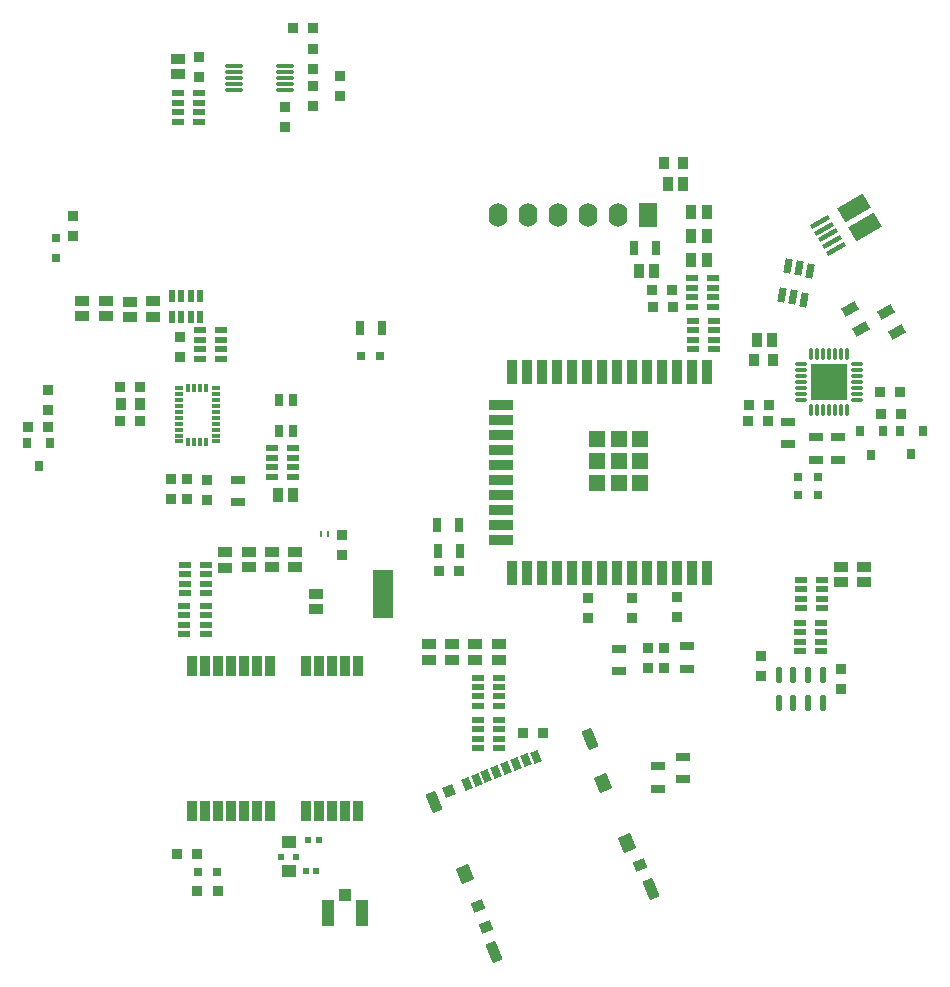
<source format=gtp>
G04*
G04 #@! TF.GenerationSoftware,Altium Limited,Altium Designer,21.9.1 (22)*
G04*
G04 Layer_Color=8421504*
%FSLAX25Y25*%
%MOIN*%
G70*
G04*
G04 #@! TF.SameCoordinates,BA265606-766D-4053-9833-5615DE46E1CD*
G04*
G04*
G04 #@! TF.FilePolarity,Positive*
G04*
G01*
G75*
%ADD23R,0.03347X0.03347*%
%ADD24R,0.03150X0.01181*%
%ADD25R,0.01181X0.03150*%
%ADD26R,0.01181X0.02756*%
%ADD27R,0.03150X0.03937*%
%ADD28R,0.03937X0.04134*%
%ADD29R,0.04134X0.08661*%
%ADD30R,0.12402X0.12402*%
G04:AMPARAMS|DCode=31|XSize=38.19mil|YSize=10.24mil|CornerRadius=1.28mil|HoleSize=0mil|Usage=FLASHONLY|Rotation=270.000|XOffset=0mil|YOffset=0mil|HoleType=Round|Shape=RoundedRectangle|*
%AMROUNDEDRECTD31*
21,1,0.03819,0.00768,0,0,270.0*
21,1,0.03563,0.01024,0,0,270.0*
1,1,0.00256,-0.00384,-0.01782*
1,1,0.00256,-0.00384,0.01782*
1,1,0.00256,0.00384,0.01782*
1,1,0.00256,0.00384,-0.01782*
%
%ADD31ROUNDEDRECTD31*%
G04:AMPARAMS|DCode=32|XSize=38.19mil|YSize=10.24mil|CornerRadius=1.28mil|HoleSize=0mil|Usage=FLASHONLY|Rotation=0.000|XOffset=0mil|YOffset=0mil|HoleType=Round|Shape=RoundedRectangle|*
%AMROUNDEDRECTD32*
21,1,0.03819,0.00768,0,0,0.0*
21,1,0.03563,0.01024,0,0,0.0*
1,1,0.00256,0.01782,-0.00384*
1,1,0.00256,-0.01782,-0.00384*
1,1,0.00256,-0.01782,0.00384*
1,1,0.00256,0.01782,0.00384*
%
%ADD32ROUNDEDRECTD32*%
%ADD33R,0.05000X0.04016*%
%ADD34R,0.02008X0.02008*%
G04:AMPARAMS|DCode=35|XSize=51.58mil|YSize=20.87mil|CornerRadius=5.22mil|HoleSize=0mil|Usage=FLASHONLY|Rotation=270.000|XOffset=0mil|YOffset=0mil|HoleType=Round|Shape=RoundedRectangle|*
%AMROUNDEDRECTD35*
21,1,0.05158,0.01043,0,0,270.0*
21,1,0.04114,0.02087,0,0,270.0*
1,1,0.01043,-0.00522,-0.02057*
1,1,0.01043,-0.00522,0.02057*
1,1,0.01043,0.00522,0.02057*
1,1,0.01043,0.00522,-0.02057*
%
%ADD35ROUNDEDRECTD35*%
%ADD36R,0.03543X0.07874*%
%ADD37R,0.07874X0.03543*%
%ADD38R,0.05236X0.05236*%
G04:AMPARAMS|DCode=39|XSize=57.87mil|YSize=11.02mil|CornerRadius=1.38mil|HoleSize=0mil|Usage=FLASHONLY|Rotation=180.000|XOffset=0mil|YOffset=0mil|HoleType=Round|Shape=RoundedRectangle|*
%AMROUNDEDRECTD39*
21,1,0.05787,0.00827,0,0,180.0*
21,1,0.05512,0.01102,0,0,180.0*
1,1,0.00276,-0.02756,0.00413*
1,1,0.00276,0.02756,0.00413*
1,1,0.00276,0.02756,-0.00413*
1,1,0.00276,-0.02756,-0.00413*
%
%ADD39ROUNDEDRECTD39*%
G04:AMPARAMS|DCode=40|XSize=15.75mil|YSize=68.9mil|CornerRadius=0mil|HoleSize=0mil|Usage=FLASHONLY|Rotation=120.000|XOffset=0mil|YOffset=0mil|HoleType=Round|Shape=Rectangle|*
%AMROTATEDRECTD40*
4,1,4,0.03377,0.01041,-0.02590,-0.02404,-0.03377,-0.01041,0.02590,0.02404,0.03377,0.01041,0.0*
%
%ADD40ROTATEDRECTD40*%

G04:AMPARAMS|DCode=41|XSize=54.13mil|YSize=98.43mil|CornerRadius=0mil|HoleSize=0mil|Usage=FLASHONLY|Rotation=120.000|XOffset=0mil|YOffset=0mil|HoleType=Round|Shape=Rectangle|*
%AMROTATEDRECTD41*
4,1,4,0.05615,0.00117,-0.02909,-0.04805,-0.05615,-0.00117,0.02909,0.04805,0.05615,0.00117,0.0*
%
%ADD41ROTATEDRECTD41*%

%ADD42R,0.01102X0.02047*%
%ADD43R,0.06693X0.16142*%
%ADD44R,0.03150X0.03150*%
%ADD45R,0.03937X0.02047*%
%ADD46R,0.02047X0.03937*%
%ADD47R,0.03543X0.05118*%
%ADD48R,0.05118X0.03543*%
%ADD49R,0.03740X0.03937*%
G04:AMPARAMS|DCode=50|XSize=35.43mil|YSize=66.93mil|CornerRadius=0mil|HoleSize=0mil|Usage=FLASHONLY|Rotation=22.000|XOffset=0mil|YOffset=0mil|HoleType=Round|Shape=Rectangle|*
%AMROTATEDRECTD50*
4,1,4,-0.00389,-0.03767,-0.02896,0.02439,0.00389,0.03767,0.02896,-0.02439,-0.00389,-0.03767,0.0*
%
%ADD50ROTATEDRECTD50*%

G04:AMPARAMS|DCode=51|XSize=39.37mil|YSize=33.47mil|CornerRadius=0mil|HoleSize=0mil|Usage=FLASHONLY|Rotation=22.000|XOffset=0mil|YOffset=0mil|HoleType=Round|Shape=Rectangle|*
%AMROTATEDRECTD51*
4,1,4,-0.01198,-0.02289,-0.02452,0.00814,0.01198,0.02289,0.02452,-0.00814,-0.01198,-0.02289,0.0*
%
%ADD51ROTATEDRECTD51*%

G04:AMPARAMS|DCode=52|XSize=44.49mil|YSize=55.12mil|CornerRadius=0mil|HoleSize=0mil|Usage=FLASHONLY|Rotation=22.000|XOffset=0mil|YOffset=0mil|HoleType=Round|Shape=Rectangle|*
%AMROTATEDRECTD52*
4,1,4,-0.01030,-0.03388,-0.03095,0.01722,0.01030,0.03388,0.03095,-0.01722,-0.01030,-0.03388,0.0*
%
%ADD52ROTATEDRECTD52*%

G04:AMPARAMS|DCode=53|XSize=25.59mil|YSize=39.37mil|CornerRadius=0mil|HoleSize=0mil|Usage=FLASHONLY|Rotation=22.000|XOffset=0mil|YOffset=0mil|HoleType=Round|Shape=Rectangle|*
%AMROTATEDRECTD53*
4,1,4,-0.00449,-0.02305,-0.01924,0.01346,0.00449,0.02305,0.01924,-0.01346,-0.00449,-0.02305,0.0*
%
%ADD53ROTATEDRECTD53*%

%ADD54P,0.05011X4X67.0*%
G04:AMPARAMS|DCode=55|XSize=47.24mil|YSize=23.62mil|CornerRadius=0mil|HoleSize=0mil|Usage=FLASHONLY|Rotation=79.000|XOffset=0mil|YOffset=0mil|HoleType=Round|Shape=Rectangle|*
%AMROTATEDRECTD55*
4,1,4,0.00709,-0.02544,-0.01610,-0.02093,-0.00709,0.02544,0.01610,0.02093,0.00709,-0.02544,0.0*
%
%ADD55ROTATEDRECTD55*%

%ADD56R,0.03150X0.03150*%
%ADD57O,0.06299X0.07874*%
%ADD58R,0.06299X0.07874*%
%ADD59R,0.05118X0.03150*%
%ADD60R,0.03150X0.05118*%
G04:AMPARAMS|DCode=61|XSize=31.5mil|YSize=51.18mil|CornerRadius=0mil|HoleSize=0mil|Usage=FLASHONLY|Rotation=300.000|XOffset=0mil|YOffset=0mil|HoleType=Round|Shape=Rectangle|*
%AMROTATEDRECTD61*
4,1,4,-0.03004,0.00084,0.01429,0.02643,0.03004,-0.00084,-0.01429,-0.02643,-0.03004,0.00084,0.0*
%
%ADD61ROTATEDRECTD61*%

%ADD62R,0.03347X0.03347*%
%ADD63R,0.01968X0.02362*%
%ADD64R,0.03347X0.07087*%
%ADD65R,0.02126X0.02362*%
%ADD66R,0.03150X0.03543*%
D23*
X-126476Y17028D02*
D03*
Y23720D02*
D03*
X-76279Y134843D02*
D03*
Y128150D02*
D03*
X-29035Y128642D02*
D03*
Y121949D02*
D03*
X83268Y-45079D02*
D03*
Y-51772D02*
D03*
X73524Y-62106D02*
D03*
Y-68799D02*
D03*
X68307Y-45472D02*
D03*
Y-52165D02*
D03*
X53445Y-45472D02*
D03*
Y-52165D02*
D03*
X-118012Y75098D02*
D03*
Y81791D02*
D03*
X-28445Y-31299D02*
D03*
Y-24606D02*
D03*
X-80315Y-12500D02*
D03*
Y-5807D02*
D03*
X-85630Y-12500D02*
D03*
Y-5807D02*
D03*
X-73622Y-6102D02*
D03*
Y-12795D02*
D03*
X-82382Y34744D02*
D03*
Y41437D02*
D03*
X-37992Y125098D02*
D03*
Y118405D02*
D03*
X137795Y-75787D02*
D03*
Y-69095D02*
D03*
X111024Y-71457D02*
D03*
Y-64764D02*
D03*
X-37992Y130905D02*
D03*
Y137598D02*
D03*
X-47539Y111614D02*
D03*
Y118307D02*
D03*
X78937Y-62008D02*
D03*
Y-68701D02*
D03*
D24*
X-70620Y22441D02*
D03*
Y20472D02*
D03*
Y18504D02*
D03*
Y16535D02*
D03*
Y14567D02*
D03*
Y12598D02*
D03*
Y10630D02*
D03*
Y8661D02*
D03*
Y6693D02*
D03*
X-82923D02*
D03*
Y8661D02*
D03*
Y10630D02*
D03*
Y12598D02*
D03*
Y14567D02*
D03*
Y16535D02*
D03*
Y18504D02*
D03*
Y20472D02*
D03*
Y22441D02*
D03*
Y24409D02*
D03*
X-70620D02*
D03*
D25*
X-73819Y6447D02*
D03*
X-75787D02*
D03*
X-77756D02*
D03*
X-79724D02*
D03*
D26*
Y24656D02*
D03*
X-77756D02*
D03*
X-75787D02*
D03*
X-73819D02*
D03*
D27*
X-44882Y20669D02*
D03*
Y10039D02*
D03*
X-49606D02*
D03*
Y20669D02*
D03*
D28*
X-27461Y-144488D02*
D03*
D29*
X-21654Y-150492D02*
D03*
X-33268D02*
D03*
D30*
X133844Y26535D02*
D03*
D31*
X139750Y17205D02*
D03*
X137781D02*
D03*
X135813D02*
D03*
X133844D02*
D03*
X131876D02*
D03*
X129907D02*
D03*
X127939D02*
D03*
Y35866D02*
D03*
X129907D02*
D03*
X131876D02*
D03*
X133844D02*
D03*
X135813D02*
D03*
X137781D02*
D03*
X139750D02*
D03*
D32*
X143175Y32441D02*
D03*
Y30472D02*
D03*
Y28504D02*
D03*
Y26535D02*
D03*
Y24567D02*
D03*
Y22598D02*
D03*
Y20630D02*
D03*
X124513D02*
D03*
Y22598D02*
D03*
Y24567D02*
D03*
Y26535D02*
D03*
Y28504D02*
D03*
Y30472D02*
D03*
Y32441D02*
D03*
D33*
X-46309Y-136417D02*
D03*
Y-126969D02*
D03*
D34*
X-48868Y-131693D02*
D03*
X-43848D02*
D03*
D35*
X131831Y-71161D02*
D03*
Y-80610D02*
D03*
X126909Y-71161D02*
D03*
X121988D02*
D03*
X117067D02*
D03*
Y-80610D02*
D03*
X121988D02*
D03*
X126909D02*
D03*
D36*
X28307Y29764D02*
D03*
X33307D02*
D03*
X38307D02*
D03*
X43307D02*
D03*
X48307D02*
D03*
X53307D02*
D03*
X58307D02*
D03*
X63307D02*
D03*
X68307D02*
D03*
X73307D02*
D03*
X78307D02*
D03*
X83307D02*
D03*
X88307D02*
D03*
X93307D02*
D03*
X28307Y-37165D02*
D03*
X33307D02*
D03*
X38307D02*
D03*
X43307D02*
D03*
X48307D02*
D03*
X53307D02*
D03*
X58307D02*
D03*
X63307D02*
D03*
X68307D02*
D03*
X73307D02*
D03*
X78307D02*
D03*
X83307D02*
D03*
X88307D02*
D03*
X93307D02*
D03*
D37*
X24370Y-6201D02*
D03*
Y-11201D02*
D03*
Y-16201D02*
D03*
Y-21201D02*
D03*
Y-26201D02*
D03*
Y-1201D02*
D03*
Y3799D02*
D03*
Y8799D02*
D03*
Y13799D02*
D03*
Y18799D02*
D03*
D38*
X63779Y236D02*
D03*
Y7461D02*
D03*
Y-6988D02*
D03*
X71004Y236D02*
D03*
Y7461D02*
D03*
Y-6988D02*
D03*
X56555Y236D02*
D03*
Y7461D02*
D03*
Y-6988D02*
D03*
D39*
X-64468Y123917D02*
D03*
Y125886D02*
D03*
Y127854D02*
D03*
Y129823D02*
D03*
Y131791D02*
D03*
X-47539D02*
D03*
Y129823D02*
D03*
Y127854D02*
D03*
Y125886D02*
D03*
Y123917D02*
D03*
D40*
X136024Y70961D02*
D03*
X134744Y73177D02*
D03*
X133465Y75394D02*
D03*
X132185Y77610D02*
D03*
X130905Y79826D02*
D03*
D41*
X145794Y78250D02*
D03*
X142104Y84643D02*
D03*
D42*
X-35630Y-24213D02*
D03*
X-33071D02*
D03*
D43*
X-14940Y-44160D02*
D03*
D44*
X123524Y-5118D02*
D03*
X130020D02*
D03*
Y-11220D02*
D03*
X123524D02*
D03*
X-15650Y35236D02*
D03*
X-22146D02*
D03*
X-70079Y-136811D02*
D03*
X-76575D02*
D03*
D45*
X88386Y37500D02*
D03*
Y40650D02*
D03*
Y43799D02*
D03*
Y46949D02*
D03*
X95472D02*
D03*
Y43799D02*
D03*
Y40650D02*
D03*
Y37500D02*
D03*
X88189Y51673D02*
D03*
Y54823D02*
D03*
Y57973D02*
D03*
Y61122D02*
D03*
X95276D02*
D03*
Y57973D02*
D03*
Y54823D02*
D03*
Y51673D02*
D03*
X-73917Y-48130D02*
D03*
Y-51279D02*
D03*
Y-54429D02*
D03*
Y-57579D02*
D03*
X-81004D02*
D03*
Y-54429D02*
D03*
Y-51279D02*
D03*
Y-48130D02*
D03*
X-73819Y-34350D02*
D03*
Y-37500D02*
D03*
Y-40650D02*
D03*
Y-43799D02*
D03*
X-80905D02*
D03*
Y-40650D02*
D03*
Y-37500D02*
D03*
Y-34350D02*
D03*
X24016Y-86075D02*
D03*
Y-89224D02*
D03*
Y-92374D02*
D03*
Y-95524D02*
D03*
X16929D02*
D03*
Y-92374D02*
D03*
Y-89224D02*
D03*
Y-86075D02*
D03*
X23917Y-72000D02*
D03*
Y-75150D02*
D03*
Y-78299D02*
D03*
Y-81449D02*
D03*
X16831D02*
D03*
Y-78299D02*
D03*
Y-75150D02*
D03*
Y-72000D02*
D03*
X-75787Y34252D02*
D03*
Y37402D02*
D03*
Y40551D02*
D03*
Y43701D02*
D03*
X-68701D02*
D03*
Y40551D02*
D03*
Y37402D02*
D03*
Y34252D02*
D03*
X-44783Y4429D02*
D03*
Y1280D02*
D03*
Y-1870D02*
D03*
Y-5020D02*
D03*
X-51870D02*
D03*
Y-1870D02*
D03*
Y1280D02*
D03*
Y4429D02*
D03*
X131299Y-53740D02*
D03*
Y-56890D02*
D03*
Y-60039D02*
D03*
Y-63189D02*
D03*
X124213D02*
D03*
Y-60039D02*
D03*
Y-56890D02*
D03*
Y-53740D02*
D03*
X131496Y-39370D02*
D03*
Y-42520D02*
D03*
Y-45669D02*
D03*
Y-48819D02*
D03*
X124409D02*
D03*
Y-45669D02*
D03*
Y-42520D02*
D03*
Y-39370D02*
D03*
X-76181Y122736D02*
D03*
Y119587D02*
D03*
Y116437D02*
D03*
Y113287D02*
D03*
X-83268D02*
D03*
Y116437D02*
D03*
Y119587D02*
D03*
Y122736D02*
D03*
D46*
X-75787Y48130D02*
D03*
X-78937D02*
D03*
X-82087D02*
D03*
X-85236D02*
D03*
Y55216D02*
D03*
X-82087D02*
D03*
X-78937D02*
D03*
X-75787D02*
D03*
D47*
X87992Y67126D02*
D03*
X93110D02*
D03*
X87992Y75197D02*
D03*
X93110D02*
D03*
X87992Y83071D02*
D03*
X93110D02*
D03*
X85236Y92520D02*
D03*
X80118D02*
D03*
X114961Y40551D02*
D03*
X109843D02*
D03*
X75492Y63681D02*
D03*
X70374D02*
D03*
X-44685Y-11024D02*
D03*
X-49803D02*
D03*
D48*
X-67421Y-35335D02*
D03*
Y-30217D02*
D03*
X-59646Y-35138D02*
D03*
Y-30020D02*
D03*
X-51968Y-35138D02*
D03*
Y-30020D02*
D03*
X-44291Y-35138D02*
D03*
Y-30020D02*
D03*
X-37303Y-44094D02*
D03*
Y-49213D02*
D03*
X23768Y-66043D02*
D03*
Y-60925D02*
D03*
X15992Y-66043D02*
D03*
Y-60925D02*
D03*
X8315Y-66043D02*
D03*
Y-60925D02*
D03*
X492Y-66043D02*
D03*
Y-60925D02*
D03*
X-99311Y48228D02*
D03*
Y53346D02*
D03*
X-91535Y48327D02*
D03*
Y53445D02*
D03*
X-115157Y48425D02*
D03*
Y53543D02*
D03*
X-107185Y48425D02*
D03*
Y53543D02*
D03*
X-83071Y134350D02*
D03*
Y129232D02*
D03*
X137795Y-40256D02*
D03*
Y-35138D02*
D03*
X145669Y-40157D02*
D03*
Y-35039D02*
D03*
D49*
X85039Y99606D02*
D03*
X78740D02*
D03*
X115045Y33819D02*
D03*
X108746D02*
D03*
X-95866Y19193D02*
D03*
X-102165D02*
D03*
D50*
X74513Y-142451D02*
D03*
X22313Y-163541D02*
D03*
X54308Y-92442D02*
D03*
X2108Y-113532D02*
D03*
D51*
X70691Y-134569D02*
D03*
X19587Y-155217D02*
D03*
X16740Y-148171D02*
D03*
D52*
X66601Y-127177D02*
D03*
X58563Y-107283D02*
D03*
X12608Y-137314D02*
D03*
D53*
X36088Y-98317D02*
D03*
X32802Y-99645D02*
D03*
X29517Y-100972D02*
D03*
X26232Y-102299D02*
D03*
X22946Y-103627D02*
D03*
X19661Y-104954D02*
D03*
X16376Y-106281D02*
D03*
X13090Y-107609D02*
D03*
D54*
X7286Y-109742D02*
D03*
D55*
X120102Y65092D02*
D03*
X123774Y64378D02*
D03*
X127445Y63664D02*
D03*
X125567Y54003D02*
D03*
X121896Y54716D02*
D03*
X118224Y55430D02*
D03*
D56*
X-123917Y68012D02*
D03*
Y74508D02*
D03*
D57*
X63543Y82284D02*
D03*
X53543D02*
D03*
X43543D02*
D03*
X33543D02*
D03*
X23543D02*
D03*
D58*
X73543D02*
D03*
D59*
X63779Y-69882D02*
D03*
Y-62402D02*
D03*
X86614Y-69095D02*
D03*
Y-61614D02*
D03*
X137008Y591D02*
D03*
Y8071D02*
D03*
X129528Y591D02*
D03*
Y8071D02*
D03*
X120079Y13189D02*
D03*
Y5709D02*
D03*
X85236Y-98425D02*
D03*
Y-105905D02*
D03*
X76870Y-101575D02*
D03*
Y-109055D02*
D03*
X-62992Y-6102D02*
D03*
Y-13583D02*
D03*
D60*
X-15059Y44488D02*
D03*
X-22539D02*
D03*
X10531Y-21063D02*
D03*
X3051D02*
D03*
X76181Y71161D02*
D03*
X68701D02*
D03*
X10925Y-29921D02*
D03*
X3445D02*
D03*
D61*
X156595Y43218D02*
D03*
X152854Y49696D02*
D03*
X144626Y44327D02*
D03*
X140886Y50805D02*
D03*
D62*
X74902Y57087D02*
D03*
X81595D02*
D03*
X10531Y-36516D02*
D03*
X3839D02*
D03*
X107283Y18898D02*
D03*
X113976D02*
D03*
X75098Y51378D02*
D03*
X81791D02*
D03*
X106890Y13386D02*
D03*
X113583D02*
D03*
X157835Y15959D02*
D03*
X151142D02*
D03*
X150984Y23228D02*
D03*
X157677D02*
D03*
X-69980Y-143209D02*
D03*
X-76673D02*
D03*
X-76870Y-130807D02*
D03*
X-83563D02*
D03*
X-95669Y13386D02*
D03*
X-102362D02*
D03*
X31890Y-90354D02*
D03*
X38583D02*
D03*
X-95669Y25000D02*
D03*
X-102362D02*
D03*
X-133071Y11516D02*
D03*
X-126378D02*
D03*
X-38287Y144488D02*
D03*
X-44980D02*
D03*
D63*
X-36299Y-125984D02*
D03*
X-39882D02*
D03*
D64*
X-23228Y-116339D02*
D03*
X-27559D02*
D03*
Y-68307D02*
D03*
X-31890Y-116339D02*
D03*
Y-68307D02*
D03*
X-36220Y-116339D02*
D03*
Y-68307D02*
D03*
X-23228D02*
D03*
X-40551Y-116339D02*
D03*
X-52362D02*
D03*
Y-68307D02*
D03*
X-56693Y-116339D02*
D03*
Y-68307D02*
D03*
X-61024Y-116339D02*
D03*
Y-68307D02*
D03*
X-65354Y-116339D02*
D03*
Y-68307D02*
D03*
X-69685Y-116339D02*
D03*
Y-68307D02*
D03*
X-74016Y-116339D02*
D03*
Y-68307D02*
D03*
X-78347Y-116339D02*
D03*
X-40551Y-68307D02*
D03*
X-78347D02*
D03*
D65*
X-37177Y-136417D02*
D03*
X-40579D02*
D03*
D66*
X147992Y2130D02*
D03*
X144252Y10103D02*
D03*
X151732D02*
D03*
X161279Y2376D02*
D03*
X157539Y10349D02*
D03*
X165020D02*
D03*
X-129626Y-1624D02*
D03*
X-133366Y6348D02*
D03*
X-125886D02*
D03*
M02*

</source>
